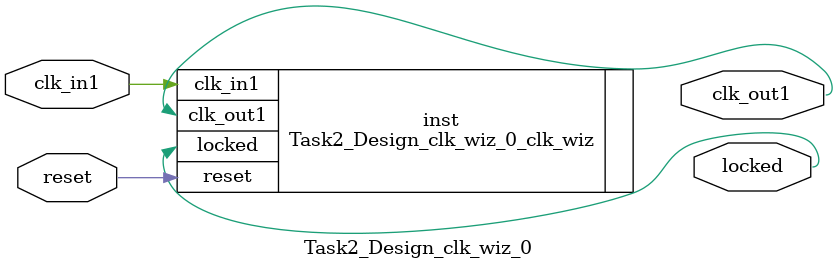
<source format=v>


`timescale 1ps/1ps

(* CORE_GENERATION_INFO = "Task2_Design_clk_wiz_0,clk_wiz_v6_0_12_0_0,{component_name=Task2_Design_clk_wiz_0,use_phase_alignment=true,use_min_o_jitter=false,use_max_i_jitter=false,use_dyn_phase_shift=false,use_inclk_switchover=false,use_dyn_reconfig=false,enable_axi=0,feedback_source=FDBK_AUTO,PRIMITIVE=MMCM,num_out_clk=1,clkin1_period=10.000,clkin2_period=10.000,use_power_down=false,use_reset=true,use_locked=true,use_inclk_stopped=false,feedback_type=SINGLE,CLOCK_MGR_TYPE=NA,manual_override=false}" *)

module Task2_Design_clk_wiz_0 
 (
  // Clock out ports
  output        clk_out1,
  // Status and control signals
  input         reset,
  output        locked,
 // Clock in ports
  input         clk_in1
 );

  Task2_Design_clk_wiz_0_clk_wiz inst
  (
  // Clock out ports  
  .clk_out1(clk_out1),
  // Status and control signals               
  .reset(reset), 
  .locked(locked),
 // Clock in ports
  .clk_in1(clk_in1)
  );

endmodule

</source>
